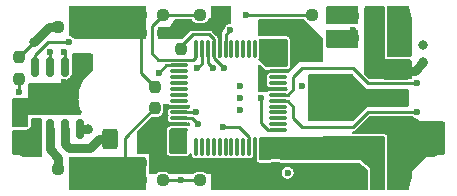
<source format=gtl>
%TF.GenerationSoftware,KiCad,Pcbnew,(6.0.0)*%
%TF.CreationDate,2025-09-03T22:59:34+02:00*%
%TF.ProjectId,Smart Servo Control Board Rev.1,536d6172-7420-4536-9572-766f20436f6e,rev?*%
%TF.SameCoordinates,Original*%
%TF.FileFunction,Copper,L1,Top*%
%TF.FilePolarity,Positive*%
%FSLAX46Y46*%
G04 Gerber Fmt 4.6, Leading zero omitted, Abs format (unit mm)*
G04 Created by KiCad (PCBNEW (6.0.0)) date 2025-09-03 22:59:34*
%MOMM*%
%LPD*%
G01*
G04 APERTURE LIST*
G04 Aperture macros list*
%AMRoundRect*
0 Rectangle with rounded corners*
0 $1 Rounding radius*
0 $2 $3 $4 $5 $6 $7 $8 $9 X,Y pos of 4 corners*
0 Add a 4 corners polygon primitive as box body*
4,1,4,$2,$3,$4,$5,$6,$7,$8,$9,$2,$3,0*
0 Add four circle primitives for the rounded corners*
1,1,$1+$1,$2,$3*
1,1,$1+$1,$4,$5*
1,1,$1+$1,$6,$7*
1,1,$1+$1,$8,$9*
0 Add four rect primitives between the rounded corners*
20,1,$1+$1,$2,$3,$4,$5,0*
20,1,$1+$1,$4,$5,$6,$7,0*
20,1,$1+$1,$6,$7,$8,$9,0*
20,1,$1+$1,$8,$9,$2,$3,0*%
G04 Aperture macros list end*
%TA.AperFunction,SMDPad,CuDef*%
%ADD10RoundRect,0.150000X-0.150000X0.662500X-0.150000X-0.662500X0.150000X-0.662500X0.150000X0.662500X0*%
%TD*%
%TA.AperFunction,SMDPad,CuDef*%
%ADD11R,3.200000X2.514000*%
%TD*%
%TA.AperFunction,SMDPad,CuDef*%
%ADD12RoundRect,0.237500X0.250000X0.237500X-0.250000X0.237500X-0.250000X-0.237500X0.250000X-0.237500X0*%
%TD*%
%TA.AperFunction,SMDPad,CuDef*%
%ADD13RoundRect,0.237500X-0.250000X-0.237500X0.250000X-0.237500X0.250000X0.237500X-0.250000X0.237500X0*%
%TD*%
%TA.AperFunction,SMDPad,CuDef*%
%ADD14RoundRect,0.237500X-0.237500X0.250000X-0.237500X-0.250000X0.237500X-0.250000X0.237500X0.250000X0*%
%TD*%
%TA.AperFunction,ComponentPad*%
%ADD15O,4.000000X2.000000*%
%TD*%
%TA.AperFunction,SMDPad,CuDef*%
%ADD16RoundRect,0.250000X-0.400000X-0.625000X0.400000X-0.625000X0.400000X0.625000X-0.400000X0.625000X0*%
%TD*%
%TA.AperFunction,SMDPad,CuDef*%
%ADD17RoundRect,0.250000X-0.450000X-0.425000X0.450000X-0.425000X0.450000X0.425000X-0.450000X0.425000X0*%
%TD*%
%TA.AperFunction,SMDPad,CuDef*%
%ADD18R,2.000000X1.500000*%
%TD*%
%TA.AperFunction,SMDPad,CuDef*%
%ADD19R,2.000000X3.800000*%
%TD*%
%TA.AperFunction,SMDPad,CuDef*%
%ADD20RoundRect,0.237500X0.237500X-0.250000X0.237500X0.250000X-0.237500X0.250000X-0.237500X-0.250000X0*%
%TD*%
%TA.AperFunction,SMDPad,CuDef*%
%ADD21RoundRect,0.075000X-0.075000X0.662500X-0.075000X-0.662500X0.075000X-0.662500X0.075000X0.662500X0*%
%TD*%
%TA.AperFunction,SMDPad,CuDef*%
%ADD22RoundRect,0.075000X-0.662500X0.075000X-0.662500X-0.075000X0.662500X-0.075000X0.662500X0.075000X0*%
%TD*%
%TA.AperFunction,ViaPad*%
%ADD23C,0.600000*%
%TD*%
%TA.AperFunction,ViaPad*%
%ADD24C,0.800000*%
%TD*%
%TA.AperFunction,Conductor*%
%ADD25C,0.250000*%
%TD*%
%TA.AperFunction,Conductor*%
%ADD26C,0.800000*%
%TD*%
G04 APERTURE END LIST*
D10*
%TO.P,U2,1,GND*%
%TO.N,GNDD*%
X40905000Y-34862500D03*
%TO.P,U2,2,IN2*%
%TO.N,DRV2*%
X39635000Y-34862500D03*
%TO.P,U2,3,IN1*%
%TO.N,DRV1*%
X38365000Y-34862500D03*
%TO.P,U2,4,VREF*%
%TO.N,+3V3*%
X37095000Y-34862500D03*
%TO.P,U2,5,VM*%
%TO.N,+5V*%
X37095000Y-40137500D03*
%TO.P,U2,6,OUT1*%
%TO.N,HB1*%
X38365000Y-40137500D03*
%TO.P,U2,7,ISEN*%
%TO.N,ISENS*%
X39635000Y-40137500D03*
%TO.P,U2,8,OUT2*%
%TO.N,HB2*%
X40905000Y-40137500D03*
D11*
%TO.P,U2,9,GND*%
%TO.N,GNDD*%
X39000000Y-37500000D03*
%TD*%
D12*
%TO.P,C11,1*%
%TO.N,GNDD*%
X47912500Y-43000000D03*
%TO.P,C11,2*%
%TO.N,Net-(C11-Pad2)*%
X46087500Y-43000000D03*
%TD*%
D13*
%TO.P,R10,1*%
%TO.N,ADC2*%
X51087500Y-44500000D03*
%TO.P,R10,2*%
%TO.N,GNDD*%
X52912500Y-44500000D03*
%TD*%
D14*
%TO.P,C9,1*%
%TO.N,Net-(C8-Pad1)*%
X47250000Y-36587500D03*
%TO.P,C9,2*%
%TO.N,Net-(C11-Pad2)*%
X47250000Y-38412500D03*
%TD*%
D15*
%TO.P,J2,1,Pin_1*%
%TO.N,Net-(C8-Pad1)*%
X43500000Y-31500000D03*
%TO.P,J2,3,Pin_3*%
%TO.N,Net-(C11-Pad2)*%
X43500000Y-43500000D03*
%TD*%
D13*
%TO.P,C16,1*%
%TO.N,+3V3*%
X66087500Y-44500000D03*
%TO.P,C16,2*%
%TO.N,GNDD*%
X67912500Y-44500000D03*
%TD*%
D16*
%TO.P,R4,1*%
%TO.N,ISENS*%
X43450000Y-41000000D03*
%TO.P,R4,2*%
%TO.N,GNDD*%
X46550000Y-41000000D03*
%TD*%
D12*
%TO.P,L1,1,1*%
%TO.N,Net-(C8-Pad1)*%
X40912500Y-31500000D03*
%TO.P,L1,2,2*%
%TO.N,HB2*%
X39087500Y-31500000D03*
%TD*%
D13*
%TO.P,R9,1*%
%TO.N,Net-(C11-Pad2)*%
X46087500Y-44500000D03*
%TO.P,R9,2*%
%TO.N,ADC2*%
X47912500Y-44500000D03*
%TD*%
D14*
%TO.P,C3,1*%
%TO.N,GNDD*%
X57500000Y-31587500D03*
%TO.P,C3,2*%
%TO.N,+3V3*%
X57500000Y-33412500D03*
%TD*%
%TO.P,C10,1*%
%TO.N,HB2*%
X35750000Y-34087500D03*
%TO.P,C10,2*%
%TO.N,HB1*%
X35750000Y-35912500D03*
%TD*%
D13*
%TO.P,C15,1*%
%TO.N,+5V*%
X66087500Y-30500000D03*
%TO.P,C15,2*%
%TO.N,GNDD*%
X67912500Y-30500000D03*
%TD*%
D14*
%TO.P,C7,1*%
%TO.N,Net-(C7-Pad1)*%
X64000000Y-30587500D03*
%TO.P,C7,2*%
%TO.N,Net-(C7-Pad2)*%
X64000000Y-32412500D03*
%TD*%
D13*
%TO.P,R6,1*%
%TO.N,ADC1*%
X51087500Y-30500000D03*
%TO.P,R6,2*%
%TO.N,GNDD*%
X52912500Y-30500000D03*
%TD*%
D17*
%TO.P,C17,1*%
%TO.N,+3V3*%
X65650000Y-42500000D03*
%TO.P,C17,2*%
%TO.N,GNDD*%
X68350000Y-42500000D03*
%TD*%
D18*
%TO.P,U4,1,GND*%
%TO.N,GNDD*%
X67650000Y-39800000D03*
D19*
%TO.P,U4,2,VO*%
%TO.N,+3V3*%
X61350000Y-37500000D03*
D18*
X67650000Y-37500000D03*
%TO.P,U4,3,VI*%
%TO.N,+5V*%
X67650000Y-35200000D03*
%TD*%
D13*
%TO.P,R7,1*%
%TO.N,ISENS*%
X60587500Y-30500000D03*
%TO.P,R7,2*%
%TO.N,Net-(C7-Pad1)*%
X62412500Y-30500000D03*
%TD*%
D20*
%TO.P,C12,1*%
%TO.N,GNDD*%
X61400000Y-43712500D03*
%TO.P,C12,2*%
%TO.N,+3V3*%
X61400000Y-41887500D03*
%TD*%
D13*
%TO.P,C8,1*%
%TO.N,Net-(C8-Pad1)*%
X46087500Y-32000000D03*
%TO.P,C8,2*%
%TO.N,GNDD*%
X47912500Y-32000000D03*
%TD*%
D14*
%TO.P,C2,1*%
%TO.N,GNDD*%
X35750000Y-39087500D03*
%TO.P,C2,2*%
%TO.N,+5V*%
X35750000Y-40912500D03*
%TD*%
D12*
%TO.P,L2,1,1*%
%TO.N,Net-(C11-Pad2)*%
X40912500Y-43500000D03*
%TO.P,L2,2,2*%
%TO.N,HB1*%
X39087500Y-43500000D03*
%TD*%
D17*
%TO.P,C14,1*%
%TO.N,+5V*%
X65650000Y-32500000D03*
%TO.P,C14,2*%
%TO.N,GNDD*%
X68350000Y-32500000D03*
%TD*%
D20*
%TO.P,C1,1*%
%TO.N,GNDD*%
X49500000Y-43412500D03*
%TO.P,C1,2*%
%TO.N,+3V3*%
X49500000Y-41587500D03*
%TD*%
D13*
%TO.P,R5,1*%
%TO.N,Net-(C8-Pad1)*%
X46087500Y-30500000D03*
%TO.P,R5,2*%
%TO.N,ADC1*%
X47912500Y-30500000D03*
%TD*%
D20*
%TO.P,C5,1*%
%TO.N,GNDD*%
X57500000Y-43412500D03*
%TO.P,C5,2*%
%TO.N,+3V3*%
X57500000Y-41587500D03*
%TD*%
D21*
%TO.P,U1,1,VBAT*%
%TO.N,+3V3*%
X56250000Y-33337500D03*
%TO.P,U1,2,PC13*%
%TO.N,unconnected-(U1-Pad2)*%
X55750000Y-33337500D03*
%TO.P,U1,3,PC14*%
%TO.N,unconnected-(U1-Pad3)*%
X55250000Y-33337500D03*
%TO.P,U1,4,PC15*%
%TO.N,unconnected-(U1-Pad4)*%
X54750000Y-33337500D03*
%TO.P,U1,5,PD0*%
%TO.N,unconnected-(U1-Pad5)*%
X54250000Y-33337500D03*
%TO.P,U1,6,PD1*%
%TO.N,unconnected-(U1-Pad6)*%
X53750000Y-33337500D03*
%TO.P,U1,7,NRST*%
%TO.N,NRST*%
X53250000Y-33337500D03*
%TO.P,U1,8,VSSA*%
%TO.N,GNDD*%
X52750000Y-33337500D03*
%TO.P,U1,9,VDDA*%
%TO.N,+3V3*%
X52250000Y-33337500D03*
%TO.P,U1,10,PA0*%
%TO.N,DRV2*%
X51750000Y-33337500D03*
%TO.P,U1,11,PA1*%
%TO.N,DRV1*%
X51250000Y-33337500D03*
%TO.P,U1,12,PA2*%
%TO.N,ADC1*%
X50750000Y-33337500D03*
D22*
%TO.P,U1,13,PA3*%
%TO.N,ADC2*%
X49337500Y-34750000D03*
%TO.P,U1,14,PA4*%
%TO.N,unconnected-(U1-Pad14)*%
X49337500Y-35250000D03*
%TO.P,U1,15,PA5*%
%TO.N,unconnected-(U1-Pad15)*%
X49337500Y-35750000D03*
%TO.P,U1,16,PA6*%
%TO.N,unconnected-(U1-Pad16)*%
X49337500Y-36250000D03*
%TO.P,U1,17,PA7*%
%TO.N,unconnected-(U1-Pad17)*%
X49337500Y-36750000D03*
%TO.P,U1,18,PB0*%
%TO.N,unconnected-(U1-Pad18)*%
X49337500Y-37250000D03*
%TO.P,U1,19,PB1*%
%TO.N,unconnected-(U1-Pad19)*%
X49337500Y-37750000D03*
%TO.P,U1,20,PB2*%
%TO.N,GNDD*%
X49337500Y-38250000D03*
%TO.P,U1,21,PB10*%
%TO.N,SCL2*%
X49337500Y-38750000D03*
%TO.P,U1,22,PB11*%
%TO.N,SDA2*%
X49337500Y-39250000D03*
%TO.P,U1,23,VSS*%
%TO.N,GNDD*%
X49337500Y-39750000D03*
%TO.P,U1,24,VDD*%
%TO.N,+3V3*%
X49337500Y-40250000D03*
D21*
%TO.P,U1,25,PB12*%
%TO.N,unconnected-(U1-Pad25)*%
X50750000Y-41662500D03*
%TO.P,U1,26,PB13*%
%TO.N,unconnected-(U1-Pad26)*%
X51250000Y-41662500D03*
%TO.P,U1,27,PB14*%
%TO.N,unconnected-(U1-Pad27)*%
X51750000Y-41662500D03*
%TO.P,U1,28,PB15*%
%TO.N,unconnected-(U1-Pad28)*%
X52250000Y-41662500D03*
%TO.P,U1,29,PA8*%
%TO.N,unconnected-(U1-Pad29)*%
X52750000Y-41662500D03*
%TO.P,U1,30,PA9*%
%TO.N,unconnected-(U1-Pad30)*%
X53250000Y-41662500D03*
%TO.P,U1,31,PA10*%
%TO.N,unconnected-(U1-Pad31)*%
X53750000Y-41662500D03*
%TO.P,U1,32,PA11*%
%TO.N,unconnected-(U1-Pad32)*%
X54250000Y-41662500D03*
%TO.P,U1,33,PA12*%
%TO.N,unconnected-(U1-Pad33)*%
X54750000Y-41662500D03*
%TO.P,U1,34,PA13*%
%TO.N,SWDIO*%
X55250000Y-41662500D03*
%TO.P,U1,35,VSS*%
%TO.N,GNDD*%
X55750000Y-41662500D03*
%TO.P,U1,36,VDD*%
%TO.N,+3V3*%
X56250000Y-41662500D03*
D22*
%TO.P,U1,37,PA14*%
%TO.N,SWCLK*%
X57662500Y-40250000D03*
%TO.P,U1,38,PA15*%
%TO.N,unconnected-(U1-Pad38)*%
X57662500Y-39750000D03*
%TO.P,U1,39,PB3*%
%TO.N,unconnected-(U1-Pad39)*%
X57662500Y-39250000D03*
%TO.P,U1,40,PB4*%
%TO.N,unconnected-(U1-Pad40)*%
X57662500Y-38750000D03*
%TO.P,U1,41,PB5*%
%TO.N,unconnected-(U1-Pad41)*%
X57662500Y-38250000D03*
%TO.P,U1,42,PB6*%
%TO.N,SCL1*%
X57662500Y-37750000D03*
%TO.P,U1,43,PB7*%
%TO.N,SDA1*%
X57662500Y-37250000D03*
%TO.P,U1,44,BOOT0*%
%TO.N,GNDD*%
X57662500Y-36750000D03*
%TO.P,U1,45,PB8*%
%TO.N,unconnected-(U1-Pad45)*%
X57662500Y-36250000D03*
%TO.P,U1,46,PB9*%
%TO.N,unconnected-(U1-Pad46)*%
X57662500Y-35750000D03*
%TO.P,U1,47,VSS*%
%TO.N,GNDD*%
X57662500Y-35250000D03*
%TO.P,U1,48,VDD*%
%TO.N,+3V3*%
X57662500Y-34750000D03*
%TD*%
D13*
%TO.P,R8,1*%
%TO.N,GNDD*%
X60587500Y-32500000D03*
%TO.P,R8,2*%
%TO.N,Net-(C7-Pad2)*%
X62412500Y-32500000D03*
%TD*%
D14*
%TO.P,C4,1*%
%TO.N,GNDD*%
X49500000Y-31587500D03*
%TO.P,C4,2*%
%TO.N,+3V3*%
X49500000Y-33412500D03*
%TD*%
D23*
%TO.N,SCL2*%
X58500000Y-43850500D03*
%TO.N,GNDD*%
X63500000Y-44750000D03*
X64250000Y-44750000D03*
X64250000Y-44000000D03*
X63500000Y-44000000D03*
%TO.N,+3V3*%
X40000000Y-32800000D03*
%TO.N,GNDD*%
X40600000Y-37400000D03*
X39600000Y-36200000D03*
X38400000Y-38600000D03*
X37400000Y-37800000D03*
X54500000Y-38500000D03*
X54500000Y-37500000D03*
X54500000Y-36500000D03*
X57250000Y-31250000D03*
X58250000Y-31250000D03*
D24*
%TO.N,HB2*%
X37000000Y-32800000D03*
D23*
%TO.N,GNDD*%
X55250000Y-43000000D03*
X54500000Y-43000000D03*
X53750000Y-43000000D03*
%TO.N,+3V3*%
X56750000Y-41750000D03*
%TO.N,GNDD*%
X52750000Y-31500000D03*
%TO.N,DRV1*%
X38400000Y-33600000D03*
%TO.N,GNDD*%
X59250000Y-31250000D03*
X68500000Y-33750000D03*
X67500000Y-33750000D03*
D24*
%TO.N,+5V*%
X70000000Y-34500000D03*
X37000000Y-42000000D03*
X70000000Y-33000000D03*
D23*
%TO.N,+3V3*%
X63250000Y-41800000D03*
X63250000Y-38500000D03*
X63250000Y-37750000D03*
X63250000Y-37000000D03*
X63250000Y-36250000D03*
X53090498Y-35000000D03*
%TO.N,GNDD*%
X68750000Y-41250000D03*
X68000000Y-41250000D03*
X67250000Y-43500000D03*
X68750000Y-43500000D03*
X68000000Y-43500000D03*
X67250000Y-41250000D03*
X69500000Y-42500000D03*
%TO.N,+3V3*%
X57500000Y-34250000D03*
X49500000Y-40750000D03*
%TO.N,Net-(C7-Pad1)*%
X63250000Y-30500000D03*
%TO.N,Net-(C7-Pad2)*%
X64000000Y-31750000D03*
%TO.N,HB1*%
X38365000Y-41500000D03*
X35750000Y-37000000D03*
D24*
%TO.N,HB2*%
X41637500Y-40137500D03*
D23*
%TO.N,SCL1*%
X69500000Y-38750000D03*
%TO.N,SDA1*%
X69500000Y-36250000D03*
%TO.N,SWCLK*%
X56250000Y-37500000D03*
%TO.N,SWDIO*%
X53000000Y-40000000D03*
%TO.N,NRST*%
X53662500Y-31750000D03*
%TO.N,SCL2*%
X50750000Y-38750000D03*
X59750000Y-36500000D03*
%TO.N,SDA2*%
X50875500Y-39750000D03*
%TO.N,ISENS*%
X55000000Y-30500000D03*
X39750000Y-41500000D03*
%TO.N,ADC2*%
X49500000Y-44500000D03*
X47600000Y-35400000D03*
%TO.N,DRV2*%
X52200000Y-35000000D03*
X39600000Y-33600000D03*
%TO.N,DRV1*%
X50800000Y-35000000D03*
%TD*%
D25*
%TO.N,+3V3*%
X37095000Y-33905000D02*
X38200000Y-32800000D01*
X37095000Y-34862500D02*
X37095000Y-33905000D01*
X38200000Y-32800000D02*
X40000000Y-32800000D01*
%TO.N,ADC1*%
X47000000Y-31412500D02*
X47912500Y-30500000D01*
X47000000Y-33750000D02*
X47000000Y-31412500D01*
X50524520Y-34275480D02*
X47525480Y-34275480D01*
X47525480Y-34275480D02*
X47000000Y-33750000D01*
X50750000Y-34050000D02*
X50524520Y-34275480D01*
X50750000Y-33337500D02*
X50750000Y-34050000D01*
%TO.N,SCL1*%
X64000000Y-40000000D02*
X65274511Y-38725489D01*
X59000000Y-39250000D02*
X59750000Y-40000000D01*
X65274511Y-38725489D02*
X69475489Y-38725489D01*
X69475489Y-38725489D02*
X69500000Y-38750000D01*
X59000000Y-38250000D02*
X59000000Y-39250000D01*
X58500000Y-37750000D02*
X59000000Y-38250000D01*
X57662500Y-37750000D02*
X58500000Y-37750000D01*
X59750000Y-40000000D02*
X64000000Y-40000000D01*
%TO.N,+3V3*%
X52250000Y-34140006D02*
X52250000Y-33337500D01*
X53090498Y-34980504D02*
X52250000Y-34140006D01*
X53090498Y-35000000D02*
X53090498Y-34980504D01*
%TO.N,ADC2*%
X48250000Y-34750000D02*
X47600000Y-35400000D01*
%TO.N,DRV2*%
X51750000Y-34550000D02*
X51750000Y-33337500D01*
X52200000Y-35000000D02*
X51750000Y-34550000D01*
%TO.N,DRV1*%
X51250000Y-34616807D02*
X51250000Y-33337500D01*
X50866807Y-35000000D02*
X51250000Y-34616807D01*
X50800000Y-35000000D02*
X50866807Y-35000000D01*
%TO.N,Net-(C8-Pad1)*%
X47250000Y-36587500D02*
X46087500Y-35425000D01*
X46087500Y-35425000D02*
X46087500Y-32000000D01*
%TO.N,HB2*%
X35750000Y-34050000D02*
X37000000Y-32800000D01*
X35750000Y-34087500D02*
X35750000Y-34050000D01*
D26*
X38300000Y-31500000D02*
X37000000Y-32800000D01*
X39087500Y-31500000D02*
X38300000Y-31500000D01*
D25*
%TO.N,DRV1*%
X38365000Y-33635000D02*
X38365000Y-34862500D01*
X38400000Y-33600000D02*
X38365000Y-33635000D01*
%TO.N,DRV2*%
X39635000Y-33635000D02*
X39635000Y-34862500D01*
X39600000Y-33600000D02*
X39635000Y-33635000D01*
%TO.N,ADC1*%
X51087500Y-30500000D02*
X49514937Y-30500000D01*
X49514937Y-30500000D02*
X49492372Y-30477435D01*
X49469807Y-30500000D02*
X47912500Y-30500000D01*
X49492372Y-30477435D02*
X49469807Y-30500000D01*
%TO.N,ADC2*%
X49337500Y-34750000D02*
X48250000Y-34750000D01*
%TO.N,Net-(C7-Pad2)*%
X64000000Y-32412500D02*
X64000000Y-31750000D01*
%TO.N,Net-(C7-Pad1)*%
X63337500Y-30587500D02*
X64000000Y-30587500D01*
X63250000Y-30500000D02*
X63337500Y-30587500D01*
%TO.N,SWDIO*%
X54390006Y-40000000D02*
X55250000Y-40859994D01*
X53000000Y-40000000D02*
X54390006Y-40000000D01*
X55250000Y-40859994D02*
X55250000Y-41662500D01*
%TO.N,SWCLK*%
X56859994Y-40250000D02*
X57662500Y-40250000D01*
X56250000Y-37500000D02*
X56250000Y-39640006D01*
X56250000Y-39640006D02*
X56859994Y-40250000D01*
%TO.N,SCL2*%
X50750000Y-38750000D02*
X49337500Y-38750000D01*
%TO.N,SDA2*%
X50875500Y-39750000D02*
X50375500Y-39250000D01*
X50375500Y-39250000D02*
X49337500Y-39250000D01*
%TO.N,ADC2*%
X49500000Y-44500000D02*
X51087500Y-44500000D01*
%TO.N,Net-(C11-Pad2)*%
X47212500Y-38412500D02*
X47250000Y-38412500D01*
X44750000Y-40875000D02*
X47212500Y-38412500D01*
X44750000Y-43250000D02*
X44750000Y-40875000D01*
X44500000Y-43500000D02*
X44750000Y-43250000D01*
X43500000Y-43500000D02*
X44500000Y-43500000D01*
%TO.N,+3V3*%
X49500000Y-40750000D02*
X49500000Y-41587500D01*
%TO.N,GNDD*%
X56500000Y-35609994D02*
X56500000Y-36390006D01*
X56859994Y-35250000D02*
X56500000Y-35609994D01*
X57662500Y-35250000D02*
X56859994Y-35250000D01*
X56859994Y-36750000D02*
X56500000Y-36390006D01*
X57662500Y-36750000D02*
X56859994Y-36750000D01*
D26*
%TO.N,+5V*%
X69300000Y-35200000D02*
X70000000Y-34500000D01*
X67650000Y-35200000D02*
X69300000Y-35200000D01*
D25*
%TO.N,GNDD*%
X52162480Y-31662480D02*
X49587520Y-31662480D01*
X52750000Y-33337500D02*
X52750000Y-32250000D01*
X52750000Y-32250000D02*
X52162480Y-31662480D01*
X55750000Y-42750000D02*
X55750000Y-42912500D01*
X56250000Y-43412500D02*
X57500000Y-43412500D01*
X55750000Y-42912500D02*
X56250000Y-43412500D01*
X55750000Y-41662500D02*
X55750000Y-42750000D01*
%TO.N,+3V3*%
X52250000Y-32500000D02*
X52250000Y-33337500D01*
X49500000Y-33112000D02*
X50500000Y-32112000D01*
X49500000Y-33412500D02*
X49500000Y-33112000D01*
X51862000Y-32112000D02*
X52250000Y-32500000D01*
X50500000Y-32112000D02*
X51862000Y-32112000D01*
%TO.N,HB1*%
X35750000Y-35912500D02*
X35750000Y-37000000D01*
D26*
X38365000Y-41500000D02*
X38365000Y-41865000D01*
X38365000Y-41500000D02*
X38365000Y-40137500D01*
X38365000Y-41865000D02*
X39087500Y-42587500D01*
X39087500Y-42587500D02*
X39087500Y-43500000D01*
%TO.N,HB2*%
X40905000Y-40137500D02*
X41637500Y-40137500D01*
D25*
%TO.N,SDA1*%
X59000000Y-35750000D02*
X59000000Y-36750000D01*
X59750000Y-35000000D02*
X59000000Y-35750000D01*
X69475489Y-36274511D02*
X65274511Y-36274511D01*
X58500000Y-37250000D02*
X57662500Y-37250000D01*
X65274511Y-36274511D02*
X64000000Y-35000000D01*
X69500000Y-36250000D02*
X69475489Y-36274511D01*
X59000000Y-36750000D02*
X58500000Y-37250000D01*
X64000000Y-35000000D02*
X59750000Y-35000000D01*
%TO.N,NRST*%
X53250000Y-32162500D02*
X53250000Y-33337500D01*
X53662500Y-31750000D02*
X53250000Y-32162500D01*
D26*
%TO.N,ISENS*%
X39750000Y-41500000D02*
X39635000Y-41385000D01*
X42500000Y-41000000D02*
X43450000Y-41000000D01*
X41750000Y-41750000D02*
X42500000Y-41000000D01*
X39635000Y-41385000D02*
X39635000Y-40137500D01*
X39750000Y-41500000D02*
X40000000Y-41750000D01*
X40000000Y-41750000D02*
X41750000Y-41750000D01*
D25*
X60587500Y-30500000D02*
X55000000Y-30500000D01*
%TO.N,ADC2*%
X51087500Y-44500000D02*
X47912500Y-44500000D01*
%TD*%
%TA.AperFunction,Conductor*%
%TO.N,+3V3*%
G36*
X58443039Y-32519685D02*
G01*
X58488794Y-32572489D01*
X58500000Y-32624000D01*
X58500000Y-34777851D01*
X58480315Y-34844890D01*
X58427511Y-34890645D01*
X58363844Y-34901254D01*
X58358113Y-34900689D01*
X58352133Y-34899500D01*
X58346038Y-34899500D01*
X57662218Y-34899501D01*
X56972868Y-34899501D01*
X56892505Y-34915485D01*
X56892399Y-34914954D01*
X56846261Y-34922055D01*
X56842000Y-34921682D01*
X56841994Y-34921683D01*
X56831187Y-34920737D01*
X56794700Y-34930514D01*
X56784155Y-34932852D01*
X56761606Y-34936828D01*
X56692168Y-34929084D01*
X56652393Y-34902393D01*
X56065542Y-34315542D01*
X56032057Y-34254219D01*
X56037041Y-34184527D01*
X56050120Y-34158971D01*
X56077731Y-34117648D01*
X56084515Y-34107495D01*
X56100500Y-34027133D01*
X56100499Y-32647868D01*
X56099312Y-32641901D01*
X56098746Y-32636150D01*
X56111767Y-32567504D01*
X56159833Y-32516796D01*
X56222149Y-32500000D01*
X58376000Y-32500000D01*
X58443039Y-32519685D01*
G37*
%TD.AperFunction*%
%TD*%
%TA.AperFunction,Conductor*%
%TO.N,Net-(C11-Pad2)*%
G36*
X46443039Y-42519685D02*
G01*
X46488794Y-42572489D01*
X46500000Y-42624000D01*
X46500000Y-45176000D01*
X46480315Y-45243039D01*
X46427511Y-45288794D01*
X46376000Y-45300000D01*
X40124000Y-45300000D01*
X40056961Y-45280315D01*
X40011206Y-45227511D01*
X40000000Y-45176000D01*
X40000000Y-42624000D01*
X40019685Y-42556961D01*
X40072489Y-42511206D01*
X40124000Y-42500000D01*
X46376000Y-42500000D01*
X46443039Y-42519685D01*
G37*
%TD.AperFunction*%
%TD*%
%TA.AperFunction,Conductor*%
%TO.N,Net-(C7-Pad2)*%
G36*
X64443039Y-31769685D02*
G01*
X64488794Y-31822489D01*
X64500000Y-31874000D01*
X64500000Y-33126000D01*
X64480315Y-33193039D01*
X64427511Y-33238794D01*
X64376000Y-33250000D01*
X61874000Y-33250000D01*
X61806961Y-33230315D01*
X61761206Y-33177511D01*
X61750000Y-33126000D01*
X61750000Y-31874000D01*
X61769685Y-31806961D01*
X61822489Y-31761206D01*
X61874000Y-31750000D01*
X64376000Y-31750000D01*
X64443039Y-31769685D01*
G37*
%TD.AperFunction*%
%TD*%
%TA.AperFunction,Conductor*%
%TO.N,Net-(C8-Pad1)*%
G36*
X46443039Y-29719685D02*
G01*
X46488794Y-29772489D01*
X46500000Y-29824000D01*
X46500000Y-32376000D01*
X46480315Y-32443039D01*
X46427511Y-32488794D01*
X46376000Y-32500000D01*
X40459063Y-32500000D01*
X40392024Y-32480315D01*
X40365125Y-32456942D01*
X40353145Y-32443039D01*
X40332400Y-32418963D01*
X40212095Y-32340985D01*
X40088470Y-32304013D01*
X40029883Y-32265947D01*
X40001176Y-32202247D01*
X40000000Y-32185213D01*
X40000000Y-29824000D01*
X40019685Y-29756961D01*
X40072489Y-29711206D01*
X40124000Y-29700000D01*
X46376000Y-29700000D01*
X46443039Y-29719685D01*
G37*
%TD.AperFunction*%
%TD*%
%TA.AperFunction,Conductor*%
%TO.N,Net-(C7-Pad1)*%
G36*
X64443039Y-29769685D02*
G01*
X64488794Y-29822489D01*
X64500000Y-29874000D01*
X64500000Y-31126000D01*
X64480315Y-31193039D01*
X64427511Y-31238794D01*
X64376000Y-31250000D01*
X64076106Y-31250000D01*
X64074739Y-31249898D01*
X64074739Y-31249907D01*
X63938633Y-31249075D01*
X63938628Y-31249075D01*
X63931376Y-31249031D01*
X63928898Y-31249739D01*
X63925076Y-31250000D01*
X61874000Y-31250000D01*
X61806961Y-31230315D01*
X61761206Y-31177511D01*
X61750000Y-31126000D01*
X61750000Y-29874000D01*
X61769685Y-29806961D01*
X61822489Y-29761206D01*
X61874000Y-29750000D01*
X64376000Y-29750000D01*
X64443039Y-29769685D01*
G37*
%TD.AperFunction*%
%TD*%
%TA.AperFunction,Conductor*%
%TO.N,+3V3*%
G36*
X48641887Y-40099311D02*
G01*
X48647867Y-40100500D01*
X48701335Y-40100500D01*
X49876000Y-40100499D01*
X49943039Y-40120184D01*
X49988794Y-40172987D01*
X50000000Y-40224499D01*
X50000000Y-42126000D01*
X49980315Y-42193039D01*
X49927511Y-42238794D01*
X49876000Y-42250000D01*
X48624000Y-42250000D01*
X48556961Y-42230315D01*
X48511206Y-42177511D01*
X48500000Y-42126000D01*
X48500000Y-40222149D01*
X48519685Y-40155110D01*
X48572489Y-40109355D01*
X48636156Y-40098746D01*
X48641887Y-40099311D01*
G37*
%TD.AperFunction*%
%TD*%
%TA.AperFunction,Conductor*%
%TO.N,+3V3*%
G36*
X64015677Y-35519685D02*
G01*
X64036319Y-35536319D01*
X65250000Y-36750000D01*
X68626000Y-36750000D01*
X68693039Y-36769685D01*
X68738794Y-36822489D01*
X68750000Y-36874000D01*
X68750000Y-38126000D01*
X68730315Y-38193039D01*
X68677511Y-38238794D01*
X68626000Y-38250000D01*
X65250000Y-38250000D01*
X64036319Y-39463681D01*
X63974996Y-39497166D01*
X63948638Y-39500000D01*
X60374000Y-39500000D01*
X60306961Y-39480315D01*
X60261206Y-39427511D01*
X60250000Y-39376000D01*
X60250000Y-36555377D01*
X60251719Y-36534804D01*
X60254700Y-36517084D01*
X60255496Y-36512354D01*
X60255647Y-36500000D01*
X60251252Y-36469309D01*
X60250000Y-36451731D01*
X60250000Y-35624000D01*
X60269685Y-35556961D01*
X60322489Y-35511206D01*
X60374000Y-35500000D01*
X63948638Y-35500000D01*
X64015677Y-35519685D01*
G37*
%TD.AperFunction*%
%TD*%
%TA.AperFunction,Conductor*%
%TO.N,+5V*%
G36*
X66693039Y-29769685D02*
G01*
X66738794Y-29822489D01*
X66750000Y-29874000D01*
X66750000Y-34250000D01*
X67464828Y-34250000D01*
X67467102Y-34250021D01*
X67562499Y-34251770D01*
X67567437Y-34250424D01*
X67574267Y-34250000D01*
X68464828Y-34250000D01*
X68467102Y-34250021D01*
X68562499Y-34251770D01*
X68567437Y-34250424D01*
X68574267Y-34250000D01*
X68876000Y-34250000D01*
X68943039Y-34269685D01*
X68988794Y-34322489D01*
X69000000Y-34374000D01*
X69000000Y-35825011D01*
X68980315Y-35892050D01*
X68927511Y-35937805D01*
X68876000Y-35949011D01*
X65500373Y-35949011D01*
X65433334Y-35929326D01*
X65412692Y-35912692D01*
X65036319Y-35536319D01*
X65002834Y-35474996D01*
X65000000Y-35448638D01*
X65000000Y-29874000D01*
X65019685Y-29806961D01*
X65072489Y-29761206D01*
X65124000Y-29750000D01*
X66626000Y-29750000D01*
X66693039Y-29769685D01*
G37*
%TD.AperFunction*%
%TD*%
%TA.AperFunction,Conductor*%
%TO.N,+3V3*%
G36*
X66692554Y-40769952D02*
G01*
X66738554Y-40822542D01*
X66750000Y-40874578D01*
X66750000Y-41198201D01*
X66748524Y-41217278D01*
X66744391Y-41243823D01*
X66745537Y-41252585D01*
X66748953Y-41278710D01*
X66750000Y-41294788D01*
X66750000Y-43448201D01*
X66748524Y-43467278D01*
X66744391Y-43493823D01*
X66745537Y-43502585D01*
X66748953Y-43528710D01*
X66750000Y-43544788D01*
X66750000Y-45176000D01*
X66730315Y-45243039D01*
X66677511Y-45288794D01*
X66626000Y-45300000D01*
X65624000Y-45300000D01*
X65556961Y-45280315D01*
X65511206Y-45227511D01*
X65500000Y-45176000D01*
X65500000Y-43500000D01*
X65491697Y-43493542D01*
X65491695Y-43493540D01*
X64614072Y-42810945D01*
X64600000Y-42800000D01*
X58024808Y-42800000D01*
X57957769Y-42780315D01*
X57952559Y-42776723D01*
X57952222Y-42776545D01*
X57944768Y-42771039D01*
X57868902Y-42744397D01*
X57827631Y-42729903D01*
X57827629Y-42729903D01*
X57820500Y-42727399D01*
X57812979Y-42726688D01*
X57792747Y-42724775D01*
X57792737Y-42724775D01*
X57789833Y-42724500D01*
X57786902Y-42724500D01*
X57499108Y-42724501D01*
X57210168Y-42724501D01*
X57179500Y-42727399D01*
X57055232Y-42771039D01*
X57047777Y-42776545D01*
X57039582Y-42780884D01*
X57038807Y-42779420D01*
X56983240Y-42799739D01*
X56975192Y-42800000D01*
X56199500Y-42800000D01*
X56132461Y-42780315D01*
X56086706Y-42727511D01*
X56075500Y-42676000D01*
X56075500Y-42472697D01*
X56083065Y-42434665D01*
X56084515Y-42432495D01*
X56100500Y-42352133D01*
X56100499Y-40972868D01*
X56095390Y-40947181D01*
X56101619Y-40877590D01*
X56144483Y-40822413D01*
X56216430Y-40798993D01*
X66625424Y-40750579D01*
X66692554Y-40769952D01*
G37*
%TD.AperFunction*%
%TD*%
%TA.AperFunction,Conductor*%
%TO.N,+5V*%
G36*
X37693039Y-39269685D02*
G01*
X37738794Y-39322489D01*
X37750000Y-39374000D01*
X37750000Y-42376000D01*
X37730315Y-42443039D01*
X37677511Y-42488794D01*
X37626000Y-42500000D01*
X36137087Y-42500000D01*
X36092649Y-42491764D01*
X35993235Y-42453602D01*
X35993228Y-42453600D01*
X35990212Y-42452442D01*
X35666231Y-42365632D01*
X35606733Y-42356208D01*
X35338173Y-42313672D01*
X35338164Y-42313671D01*
X35334950Y-42313162D01*
X35331701Y-42312992D01*
X35331694Y-42312991D01*
X35317510Y-42312248D01*
X35251593Y-42289082D01*
X35208664Y-42233955D01*
X35200000Y-42188418D01*
X35200000Y-40324000D01*
X35219685Y-40256961D01*
X35272489Y-40211206D01*
X35324000Y-40200000D01*
X36376000Y-40200000D01*
X36402643Y-40197135D01*
X36415205Y-40195785D01*
X36415207Y-40195785D01*
X36418515Y-40195429D01*
X36447199Y-40189189D01*
X36469237Y-40184395D01*
X36469263Y-40184389D01*
X36470026Y-40184223D01*
X36471135Y-40183952D01*
X36472401Y-40183643D01*
X36472405Y-40183642D01*
X36479931Y-40181802D01*
X36558483Y-40139944D01*
X36563741Y-40135388D01*
X36609855Y-40095430D01*
X36609858Y-40095427D01*
X36611287Y-40094189D01*
X36628761Y-40077068D01*
X36636370Y-40063465D01*
X36686273Y-40014569D01*
X36715708Y-40007215D01*
X36715064Y-40005023D01*
X36732171Y-40000000D01*
X36750000Y-40000000D01*
X36750000Y-39374000D01*
X36769685Y-39306961D01*
X36822489Y-39261206D01*
X36874000Y-39250000D01*
X37626000Y-39250000D01*
X37693039Y-39269685D01*
G37*
%TD.AperFunction*%
%TD*%
%TA.AperFunction,Conductor*%
%TO.N,GNDD*%
G36*
X64555871Y-43019685D02*
G01*
X64564961Y-43026120D01*
X65252129Y-43560584D01*
X65292961Y-43617281D01*
X65300000Y-43658464D01*
X65300000Y-45176000D01*
X65280315Y-45243039D01*
X65227511Y-45288794D01*
X65176000Y-45300000D01*
X62924000Y-45300000D01*
X62856961Y-45280315D01*
X62811206Y-45227511D01*
X62800000Y-45176000D01*
X62800000Y-43124000D01*
X62819685Y-43056961D01*
X62872489Y-43011206D01*
X62924000Y-43000000D01*
X64488832Y-43000000D01*
X64555871Y-43019685D01*
G37*
%TD.AperFunction*%
%TA.AperFunction,Conductor*%
G36*
X69107730Y-39071821D02*
G01*
X69113246Y-39075499D01*
X69139374Y-39098877D01*
X69162970Y-39126948D01*
X69282313Y-39206390D01*
X69316647Y-39217117D01*
X69348447Y-39232298D01*
X69477207Y-39318138D01*
X69734723Y-39489816D01*
X69734725Y-39489817D01*
X69750000Y-39500000D01*
X71676000Y-39500000D01*
X71743039Y-39519685D01*
X71788794Y-39572489D01*
X71800000Y-39624000D01*
X71800000Y-42188418D01*
X71780315Y-42255457D01*
X71727511Y-42301212D01*
X71682490Y-42312248D01*
X71668306Y-42312991D01*
X71668299Y-42312992D01*
X71665050Y-42313162D01*
X71661836Y-42313671D01*
X71661827Y-42313672D01*
X71393267Y-42356208D01*
X71333769Y-42365632D01*
X71009788Y-42452442D01*
X71006772Y-42453600D01*
X71006765Y-42453602D01*
X70907351Y-42491764D01*
X70862913Y-42500000D01*
X70250000Y-42500000D01*
X69000000Y-43750000D01*
X69000000Y-44362913D01*
X68991764Y-44407351D01*
X68952442Y-44509788D01*
X68865632Y-44833769D01*
X68813162Y-45165050D01*
X68812992Y-45168299D01*
X68812991Y-45168306D01*
X68812248Y-45182490D01*
X68789082Y-45248407D01*
X68733955Y-45291336D01*
X68688418Y-45300000D01*
X67074000Y-45300000D01*
X67006961Y-45280315D01*
X66961206Y-45227511D01*
X66950000Y-45176000D01*
X66950000Y-43544788D01*
X66949577Y-43531792D01*
X66948530Y-43515714D01*
X66947785Y-43508097D01*
X66947775Y-43484041D01*
X66947787Y-43483920D01*
X66947928Y-43482706D01*
X66949404Y-43463629D01*
X66950000Y-43448201D01*
X66950000Y-41294788D01*
X66949577Y-41281792D01*
X66948530Y-41265714D01*
X66947785Y-41258097D01*
X66947775Y-41234041D01*
X66947787Y-41233920D01*
X66947928Y-41232706D01*
X66949404Y-41213629D01*
X66950000Y-41198201D01*
X66950000Y-40874578D01*
X66945330Y-40831613D01*
X66933884Y-40779577D01*
X66931316Y-40769223D01*
X66927622Y-40762367D01*
X66927620Y-40762363D01*
X66892396Y-40696998D01*
X66892395Y-40696997D01*
X66889092Y-40690867D01*
X66843092Y-40638277D01*
X66825891Y-40620884D01*
X66748009Y-40577794D01*
X66694345Y-40562307D01*
X66685139Y-40559650D01*
X66685134Y-40559649D01*
X66680879Y-40558421D01*
X66624494Y-40550581D01*
X64826218Y-40558945D01*
X64103370Y-40562307D01*
X64036239Y-40542934D01*
X63990239Y-40490344D01*
X63979974Y-40421232D01*
X64008703Y-40357542D01*
X64067305Y-40319495D01*
X64081261Y-40316192D01*
X64102360Y-40312472D01*
X64113045Y-40310588D01*
X64122442Y-40305163D01*
X64125900Y-40303904D01*
X64129209Y-40302361D01*
X64139684Y-40299554D01*
X64170617Y-40277894D01*
X64179743Y-40272080D01*
X64203061Y-40258618D01*
X64203063Y-40258616D01*
X64212455Y-40253194D01*
X64236738Y-40224255D01*
X64244045Y-40216281D01*
X65373018Y-39087308D01*
X65434341Y-39053823D01*
X65460699Y-39050989D01*
X69038939Y-39050989D01*
X69107730Y-39071821D01*
G37*
%TD.AperFunction*%
%TD*%
%TA.AperFunction,Conductor*%
%TO.N,GNDD*%
G36*
X41943039Y-33769685D02*
G01*
X41988794Y-33822489D01*
X42000000Y-33874000D01*
X42000000Y-35186115D01*
X41980315Y-35253154D01*
X41951745Y-35284291D01*
X41721843Y-35461660D01*
X41489842Y-35690045D01*
X41286958Y-35944648D01*
X41116131Y-36221781D01*
X40979836Y-36517429D01*
X40880046Y-36827310D01*
X40879337Y-36830973D01*
X40879336Y-36830978D01*
X40818916Y-37143264D01*
X40818206Y-37146935D01*
X40795213Y-37471675D01*
X40796623Y-37500000D01*
X40811400Y-37796824D01*
X40866532Y-38117674D01*
X40959811Y-38429577D01*
X40961302Y-38432998D01*
X40961305Y-38433006D01*
X41061824Y-38663634D01*
X41070565Y-38732955D01*
X41067965Y-38745127D01*
X41024547Y-38907949D01*
X40988254Y-38967653D01*
X40925444Y-38998258D01*
X40904734Y-39000000D01*
X36500000Y-39000000D01*
X36500000Y-39876000D01*
X36480315Y-39943039D01*
X36427511Y-39988794D01*
X36376000Y-40000000D01*
X35324000Y-40000000D01*
X35256961Y-39980315D01*
X35211206Y-39927511D01*
X35200000Y-39876000D01*
X35200000Y-37624000D01*
X35219685Y-37556961D01*
X35272489Y-37511206D01*
X35324000Y-37500000D01*
X35714828Y-37500000D01*
X35717102Y-37500021D01*
X35812499Y-37501770D01*
X35817437Y-37500424D01*
X35824267Y-37500000D01*
X36500000Y-37500000D01*
X36500000Y-36374000D01*
X36519685Y-36306961D01*
X36572489Y-36261206D01*
X36624000Y-36250000D01*
X39500000Y-36250000D01*
X39867704Y-35882296D01*
X39900736Y-35858669D01*
X39904078Y-35857028D01*
X39991855Y-35813932D01*
X40074293Y-35731350D01*
X40078792Y-35722145D01*
X40078794Y-35722143D01*
X40118412Y-35641092D01*
X40142134Y-35607866D01*
X40250000Y-35500000D01*
X40250000Y-33874000D01*
X40269685Y-33806961D01*
X40322489Y-33761206D01*
X40374000Y-33750000D01*
X41876000Y-33750000D01*
X41943039Y-33769685D01*
G37*
%TD.AperFunction*%
%TD*%
%TA.AperFunction,Conductor*%
%TO.N,GNDD*%
G36*
X53693039Y-29719685D02*
G01*
X53738794Y-29772489D01*
X53750000Y-29824000D01*
X53750000Y-31125225D01*
X53730315Y-31192264D01*
X53677511Y-31238019D01*
X53625243Y-31249223D01*
X53593876Y-31249031D01*
X53456029Y-31288428D01*
X53334780Y-31364930D01*
X53328935Y-31371548D01*
X53328933Y-31371550D01*
X53245723Y-31465768D01*
X53245721Y-31465770D01*
X53239877Y-31472388D01*
X53178947Y-31602163D01*
X53177899Y-31601671D01*
X53144154Y-31652916D01*
X53132783Y-31661478D01*
X53000000Y-31750000D01*
X53000000Y-31911287D01*
X52983388Y-31973286D01*
X52977920Y-31982757D01*
X52972106Y-31991883D01*
X52950446Y-32022816D01*
X52947639Y-32033291D01*
X52946096Y-32036600D01*
X52944838Y-32040058D01*
X52939412Y-32049455D01*
X52937528Y-32060141D01*
X52932855Y-32086643D01*
X52930517Y-32097190D01*
X52920736Y-32133693D01*
X52921682Y-32144501D01*
X52924028Y-32171319D01*
X52924500Y-32182127D01*
X52924500Y-32527303D01*
X52916935Y-32565335D01*
X52915485Y-32567505D01*
X52899500Y-32647867D01*
X52899501Y-34027132D01*
X52897455Y-34027132D01*
X52886187Y-34086590D01*
X52838128Y-34137307D01*
X52770280Y-34153990D01*
X52704182Y-34131343D01*
X52688114Y-34117794D01*
X52636819Y-34066499D01*
X52603334Y-34005176D01*
X52600500Y-33978818D01*
X52600499Y-32653958D01*
X52600499Y-32647868D01*
X52584515Y-32567505D01*
X52583065Y-32565335D01*
X52575500Y-32527303D01*
X52575500Y-32519627D01*
X52575972Y-32508819D01*
X52579264Y-32471193D01*
X52569483Y-32434690D01*
X52567145Y-32424143D01*
X52562472Y-32397641D01*
X52560588Y-32386955D01*
X52555162Y-32377558D01*
X52553904Y-32374100D01*
X52552361Y-32370791D01*
X52549554Y-32360316D01*
X52527894Y-32329383D01*
X52522080Y-32320257D01*
X52508618Y-32296939D01*
X52508616Y-32296937D01*
X52503194Y-32287545D01*
X52474255Y-32263262D01*
X52466281Y-32255955D01*
X52106050Y-31895724D01*
X52098741Y-31887749D01*
X52081427Y-31867115D01*
X52074455Y-31858806D01*
X52065063Y-31853384D01*
X52065061Y-31853382D01*
X52041743Y-31839920D01*
X52032617Y-31834106D01*
X52010568Y-31818667D01*
X52010569Y-31818667D01*
X52001684Y-31812446D01*
X51991209Y-31809639D01*
X51987900Y-31808096D01*
X51984442Y-31806838D01*
X51975045Y-31801412D01*
X51951035Y-31797179D01*
X51937857Y-31794855D01*
X51927310Y-31792517D01*
X51890807Y-31782736D01*
X51853181Y-31786028D01*
X51842373Y-31786500D01*
X50519627Y-31786500D01*
X50508819Y-31786028D01*
X50471193Y-31782736D01*
X50434690Y-31792517D01*
X50424143Y-31794855D01*
X50410965Y-31797179D01*
X50386955Y-31801412D01*
X50377558Y-31806838D01*
X50374100Y-31808096D01*
X50370791Y-31809639D01*
X50360316Y-31812446D01*
X50351431Y-31818667D01*
X50351432Y-31818667D01*
X50329383Y-31834106D01*
X50320257Y-31839920D01*
X50296939Y-31853382D01*
X50296937Y-31853384D01*
X50287545Y-31858806D01*
X50280573Y-31867115D01*
X50280572Y-31867116D01*
X50263263Y-31887744D01*
X50255955Y-31895719D01*
X49687993Y-32463681D01*
X49626670Y-32497166D01*
X49600312Y-32500000D01*
X47624000Y-32500000D01*
X47556961Y-32480315D01*
X47511206Y-32427511D01*
X47500000Y-32376000D01*
X47500000Y-31624000D01*
X47519685Y-31556961D01*
X47572489Y-31511206D01*
X47624000Y-31500000D01*
X48500000Y-31500000D01*
X48507103Y-31489346D01*
X48912856Y-30880717D01*
X48966421Y-30835856D01*
X49016030Y-30825500D01*
X49450181Y-30825500D01*
X49460988Y-30825972D01*
X49476437Y-30827324D01*
X49476439Y-30827324D01*
X49480077Y-30827642D01*
X49486130Y-30829264D01*
X49492372Y-30828718D01*
X49498614Y-30829264D01*
X49504666Y-30827642D01*
X49523758Y-30825972D01*
X49534564Y-30825500D01*
X50316277Y-30825500D01*
X50383316Y-30845185D01*
X50429071Y-30897989D01*
X50433272Y-30908413D01*
X50446039Y-30944768D01*
X50524289Y-31050711D01*
X50630232Y-31128961D01*
X50706098Y-31155603D01*
X50747369Y-31170097D01*
X50747371Y-31170097D01*
X50754500Y-31172601D01*
X50762021Y-31173312D01*
X50782253Y-31175225D01*
X50782263Y-31175225D01*
X50785167Y-31175500D01*
X50788098Y-31175500D01*
X51088431Y-31175499D01*
X51389832Y-31175499D01*
X51420500Y-31172601D01*
X51544768Y-31128961D01*
X51650711Y-31050711D01*
X51728961Y-30944768D01*
X51768243Y-30832910D01*
X51809026Y-30776184D01*
X51874007Y-30750509D01*
X51885236Y-30750000D01*
X52000000Y-30750000D01*
X52000000Y-29824000D01*
X52019685Y-29756961D01*
X52072489Y-29711206D01*
X52124000Y-29700000D01*
X53626000Y-29700000D01*
X53693039Y-29719685D01*
G37*
%TD.AperFunction*%
%TD*%
%TA.AperFunction,Conductor*%
%TO.N,GNDD*%
G36*
X59841177Y-30845185D02*
G01*
X59861819Y-30861819D01*
X59943072Y-30943072D01*
X59955134Y-30957082D01*
X60024289Y-31050711D01*
X60031741Y-31056215D01*
X60117918Y-31119866D01*
X60131928Y-31131928D01*
X61463681Y-32463681D01*
X61497166Y-32525004D01*
X61500000Y-32551362D01*
X61500000Y-34376000D01*
X61480315Y-34443039D01*
X61427511Y-34488794D01*
X61376000Y-34500000D01*
X59500000Y-34500000D01*
X58595582Y-35404418D01*
X58534259Y-35437903D01*
X58464567Y-35432919D01*
X58448481Y-35424685D01*
X58442647Y-35422269D01*
X58432495Y-35415485D01*
X58420519Y-35413103D01*
X58420517Y-35413102D01*
X58391886Y-35407407D01*
X58352133Y-35399500D01*
X58346037Y-35399500D01*
X57662161Y-35399501D01*
X56972868Y-35399501D01*
X56892505Y-35415485D01*
X56882354Y-35422268D01*
X56882351Y-35422269D01*
X56866413Y-35432919D01*
X56801376Y-35476376D01*
X56740485Y-35567505D01*
X56724500Y-35647867D01*
X56724501Y-35852132D01*
X56740485Y-35932495D01*
X56747270Y-35942650D01*
X56751370Y-35952547D01*
X56758839Y-36022017D01*
X56751370Y-36047452D01*
X56747269Y-36057352D01*
X56740485Y-36067505D01*
X56724500Y-36147867D01*
X56724501Y-36352132D01*
X56740485Y-36432495D01*
X56747268Y-36442646D01*
X56747269Y-36442649D01*
X56790073Y-36506708D01*
X56801376Y-36523624D01*
X56892505Y-36584515D01*
X56904481Y-36586897D01*
X56904483Y-36586898D01*
X56933114Y-36592593D01*
X56972867Y-36600500D01*
X56978963Y-36600500D01*
X57663009Y-36600499D01*
X58352132Y-36600499D01*
X58358099Y-36599312D01*
X58363850Y-36598746D01*
X58432496Y-36611767D01*
X58483204Y-36659833D01*
X58500000Y-36722149D01*
X58500000Y-36738312D01*
X58480315Y-36805351D01*
X58463681Y-36825993D01*
X58426493Y-36863181D01*
X58365170Y-36896666D01*
X58338812Y-36899500D01*
X57405598Y-36899501D01*
X56972868Y-36899501D01*
X56892505Y-36915485D01*
X56882354Y-36922268D01*
X56882351Y-36922269D01*
X56801376Y-36976376D01*
X56799455Y-36973501D01*
X56756117Y-36997166D01*
X56729759Y-37000000D01*
X56326106Y-37000000D01*
X56324739Y-36999898D01*
X56324739Y-36999907D01*
X56188633Y-36999075D01*
X56188628Y-36999075D01*
X56181376Y-36999031D01*
X56178898Y-36999739D01*
X56175076Y-37000000D01*
X56124000Y-37000000D01*
X56056961Y-36980315D01*
X56011206Y-36927511D01*
X56000000Y-36876000D01*
X56000000Y-34832204D01*
X56019685Y-34765165D01*
X56072489Y-34719410D01*
X56141647Y-34709466D01*
X56205203Y-34738491D01*
X56211681Y-34744523D01*
X56510972Y-35043814D01*
X56540950Y-35068466D01*
X56543454Y-35070147D01*
X56543459Y-35070150D01*
X56574537Y-35091005D01*
X56574540Y-35091006D01*
X56580725Y-35095157D01*
X56587718Y-35097718D01*
X56587722Y-35097720D01*
X56625741Y-35111643D01*
X56670001Y-35127852D01*
X56716341Y-35133020D01*
X56735044Y-35135106D01*
X56735046Y-35135106D01*
X56739439Y-35135596D01*
X56743853Y-35135456D01*
X56743856Y-35135456D01*
X56791909Y-35133931D01*
X56791916Y-35133930D01*
X56796336Y-35133790D01*
X56818885Y-35129814D01*
X56827447Y-35128110D01*
X56828750Y-35127821D01*
X56837339Y-35125917D01*
X56837357Y-35125913D01*
X56837992Y-35125772D01*
X56846465Y-35123699D01*
X56846661Y-35123646D01*
X56869277Y-35120418D01*
X56869256Y-35120194D01*
X56872960Y-35119850D01*
X56876684Y-35119728D01*
X56922822Y-35112627D01*
X56922950Y-35113457D01*
X56929906Y-35111598D01*
X56931520Y-35111643D01*
X56975568Y-35102882D01*
X56999757Y-35100500D01*
X57898388Y-35100499D01*
X58352132Y-35100499D01*
X58352132Y-35101381D01*
X58355066Y-35101937D01*
X58354999Y-35099929D01*
X58392635Y-35098671D01*
X58392643Y-35098670D01*
X58396717Y-35098534D01*
X58400742Y-35097863D01*
X58400745Y-35097863D01*
X58441900Y-35091005D01*
X58460384Y-35087925D01*
X58479931Y-35083653D01*
X58505271Y-35070150D01*
X58552341Y-35045068D01*
X58552342Y-35045067D01*
X58558483Y-35041795D01*
X58611287Y-34996040D01*
X58628761Y-34978919D01*
X58672213Y-34901238D01*
X58691898Y-34834199D01*
X58700000Y-34777851D01*
X58700000Y-32624000D01*
X58695429Y-32581485D01*
X58684223Y-32529974D01*
X58683952Y-32528865D01*
X58683643Y-32527599D01*
X58683642Y-32527595D01*
X58681802Y-32520069D01*
X58639944Y-32441517D01*
X58594189Y-32388713D01*
X58577068Y-32371239D01*
X58499387Y-32327787D01*
X58492713Y-32325827D01*
X58492710Y-32325826D01*
X58462612Y-32316989D01*
X58432348Y-32308102D01*
X58376000Y-32300000D01*
X56222149Y-32300000D01*
X56170101Y-32306891D01*
X56156270Y-32310619D01*
X56086419Y-32309060D01*
X56028498Y-32269983D01*
X56000899Y-32205796D01*
X56000000Y-32190892D01*
X56000000Y-30949500D01*
X56019685Y-30882461D01*
X56072489Y-30836706D01*
X56124000Y-30825500D01*
X59774138Y-30825500D01*
X59841177Y-30845185D01*
G37*
%TD.AperFunction*%
%TD*%
%TA.AperFunction,Conductor*%
%TO.N,GNDD*%
G36*
X68755457Y-29719685D02*
G01*
X68801212Y-29772489D01*
X68812248Y-29817510D01*
X68812256Y-29817652D01*
X68813162Y-29834950D01*
X68865632Y-30166231D01*
X68952442Y-30490212D01*
X68953600Y-30493228D01*
X68953602Y-30493235D01*
X68991764Y-30592649D01*
X69000000Y-30637087D01*
X69000000Y-33926000D01*
X68980315Y-33993039D01*
X68927511Y-34038794D01*
X68876000Y-34050000D01*
X68574267Y-34050000D01*
X68573372Y-34050028D01*
X68573355Y-34050028D01*
X68562831Y-34050354D01*
X68562807Y-34050355D01*
X68561875Y-34050384D01*
X68555045Y-34050808D01*
X68555041Y-34050750D01*
X68542114Y-34051363D01*
X68528308Y-34051110D01*
X68470794Y-34050055D01*
X68470768Y-34050055D01*
X68469622Y-34050039D01*
X68469038Y-34050031D01*
X68468998Y-34050031D01*
X68468949Y-34050030D01*
X68466675Y-34050009D01*
X68466624Y-34050009D01*
X68466550Y-34050008D01*
X68465831Y-34050005D01*
X68464828Y-34050000D01*
X67574267Y-34050000D01*
X67573372Y-34050028D01*
X67573355Y-34050028D01*
X67562831Y-34050354D01*
X67562807Y-34050355D01*
X67561875Y-34050384D01*
X67555045Y-34050808D01*
X67555041Y-34050750D01*
X67542114Y-34051363D01*
X67528308Y-34051110D01*
X67470794Y-34050055D01*
X67470768Y-34050055D01*
X67469622Y-34050039D01*
X67469038Y-34050031D01*
X67468998Y-34050031D01*
X67468949Y-34050030D01*
X67466675Y-34050009D01*
X67466624Y-34050009D01*
X67466550Y-34050008D01*
X67465831Y-34050005D01*
X67464828Y-34050000D01*
X67074000Y-34050000D01*
X67006961Y-34030315D01*
X66961206Y-33977511D01*
X66950000Y-33926000D01*
X66950000Y-29874000D01*
X66946049Y-29837255D01*
X66958453Y-29768497D01*
X67006063Y-29717359D01*
X67069338Y-29700000D01*
X68688418Y-29700000D01*
X68755457Y-29719685D01*
G37*
%TD.AperFunction*%
%TD*%
%TA.AperFunction,Conductor*%
%TO.N,GNDD*%
G36*
X48471798Y-38019685D02*
G01*
X48476015Y-38023083D01*
X48476376Y-38023624D01*
X48567505Y-38084515D01*
X48579481Y-38086897D01*
X48579483Y-38086898D01*
X48604506Y-38091875D01*
X48647867Y-38100500D01*
X48653963Y-38100500D01*
X49337839Y-38100499D01*
X50027132Y-38100499D01*
X50053352Y-38095284D01*
X50101811Y-38085646D01*
X50171403Y-38091875D01*
X50226579Y-38134739D01*
X50250000Y-38207264D01*
X50250000Y-38292737D01*
X50230315Y-38359776D01*
X50177511Y-38405531D01*
X50101809Y-38414354D01*
X50027133Y-38399500D01*
X50021037Y-38399500D01*
X49337161Y-38399501D01*
X48647868Y-38399501D01*
X48567505Y-38415485D01*
X48557354Y-38422268D01*
X48557351Y-38422269D01*
X48493292Y-38465073D01*
X48476376Y-38476376D01*
X48415485Y-38567505D01*
X48399500Y-38647867D01*
X48399500Y-38653963D01*
X48399501Y-38750050D01*
X48399501Y-38852132D01*
X48415485Y-38932495D01*
X48422270Y-38942650D01*
X48426370Y-38952547D01*
X48433839Y-39022017D01*
X48426370Y-39047452D01*
X48422269Y-39057352D01*
X48415485Y-39067505D01*
X48413103Y-39079481D01*
X48413102Y-39079483D01*
X48408922Y-39100499D01*
X48399500Y-39147867D01*
X48399501Y-39352132D01*
X48415485Y-39432495D01*
X48422268Y-39442646D01*
X48422269Y-39442649D01*
X48455150Y-39491858D01*
X48476376Y-39523624D01*
X48567505Y-39584515D01*
X48579481Y-39586897D01*
X48579483Y-39586898D01*
X48604506Y-39591875D01*
X48647867Y-39600500D01*
X48653963Y-39600500D01*
X49337839Y-39600499D01*
X50027132Y-39600499D01*
X50052544Y-39595445D01*
X50101811Y-39585646D01*
X50171403Y-39591875D01*
X50226579Y-39634739D01*
X50250000Y-39707264D01*
X50250000Y-39792737D01*
X50230315Y-39859776D01*
X50177511Y-39905531D01*
X50101809Y-39914354D01*
X50027133Y-39899500D01*
X50021037Y-39899500D01*
X49336821Y-39899501D01*
X48647868Y-39899501D01*
X48647868Y-39898619D01*
X48644934Y-39898063D01*
X48645001Y-39900071D01*
X48607365Y-39901329D01*
X48607357Y-39901330D01*
X48603283Y-39901466D01*
X48599258Y-39902137D01*
X48599255Y-39902137D01*
X48562585Y-39908248D01*
X48539616Y-39912075D01*
X48520069Y-39916347D01*
X48441517Y-39958205D01*
X48436260Y-39962761D01*
X48436259Y-39962761D01*
X48420547Y-39976376D01*
X48388713Y-40003960D01*
X48371239Y-40021081D01*
X48327787Y-40098762D01*
X48325827Y-40105436D01*
X48325826Y-40105439D01*
X48316989Y-40135537D01*
X48308102Y-40165801D01*
X48300000Y-40222149D01*
X48300000Y-42126000D01*
X48304571Y-42168515D01*
X48310366Y-42195151D01*
X48313445Y-42209305D01*
X48315777Y-42220026D01*
X48315969Y-42220811D01*
X48316357Y-42222401D01*
X48316358Y-42222405D01*
X48318198Y-42229931D01*
X48360056Y-42308483D01*
X48364612Y-42313740D01*
X48364612Y-42313741D01*
X48369452Y-42319326D01*
X48405811Y-42361287D01*
X48422932Y-42378761D01*
X48500613Y-42422213D01*
X48507287Y-42424173D01*
X48507290Y-42424174D01*
X48520852Y-42428156D01*
X48567652Y-42441898D01*
X48624000Y-42450000D01*
X49876000Y-42450000D01*
X49902643Y-42447135D01*
X49915205Y-42445785D01*
X49915207Y-42445785D01*
X49918515Y-42445429D01*
X49947199Y-42439189D01*
X49969237Y-42434395D01*
X49969263Y-42434389D01*
X49970026Y-42434223D01*
X49971135Y-42433952D01*
X49972401Y-42433643D01*
X49972405Y-42433642D01*
X49979931Y-42431802D01*
X50058483Y-42389944D01*
X50095218Y-42358113D01*
X50109855Y-42345430D01*
X50109858Y-42345427D01*
X50111287Y-42344189D01*
X50128761Y-42327068D01*
X50167281Y-42258204D01*
X50217188Y-42209305D01*
X50285609Y-42195151D01*
X50350821Y-42220234D01*
X50392119Y-42276592D01*
X50399501Y-42318738D01*
X50399501Y-42352132D01*
X50415485Y-42432495D01*
X50422268Y-42442646D01*
X50422269Y-42442649D01*
X50440320Y-42469663D01*
X50476376Y-42523624D01*
X50567505Y-42584515D01*
X50579481Y-42586897D01*
X50579483Y-42586898D01*
X50615204Y-42594003D01*
X50647867Y-42600500D01*
X50653963Y-42600500D01*
X50750050Y-42600499D01*
X50852132Y-42600499D01*
X50884792Y-42594003D01*
X50920516Y-42586898D01*
X50920518Y-42586897D01*
X50932495Y-42584515D01*
X50942650Y-42577730D01*
X50952547Y-42573630D01*
X51022017Y-42566161D01*
X51047452Y-42573630D01*
X51057352Y-42577731D01*
X51067505Y-42584515D01*
X51079481Y-42586897D01*
X51079483Y-42586898D01*
X51115204Y-42594003D01*
X51147867Y-42600500D01*
X51153963Y-42600500D01*
X51250050Y-42600499D01*
X51352132Y-42600499D01*
X51384792Y-42594003D01*
X51420516Y-42586898D01*
X51420518Y-42586897D01*
X51432495Y-42584515D01*
X51442650Y-42577730D01*
X51452547Y-42573630D01*
X51522017Y-42566161D01*
X51547452Y-42573630D01*
X51557352Y-42577731D01*
X51567505Y-42584515D01*
X51579481Y-42586897D01*
X51579483Y-42586898D01*
X51615204Y-42594003D01*
X51647867Y-42600500D01*
X51653963Y-42600500D01*
X51750050Y-42600499D01*
X51852132Y-42600499D01*
X51884792Y-42594003D01*
X51920516Y-42586898D01*
X51920518Y-42586897D01*
X51932495Y-42584515D01*
X51942650Y-42577730D01*
X51952547Y-42573630D01*
X52022017Y-42566161D01*
X52047452Y-42573630D01*
X52057352Y-42577731D01*
X52067505Y-42584515D01*
X52079481Y-42586897D01*
X52079483Y-42586898D01*
X52115204Y-42594003D01*
X52147867Y-42600500D01*
X52153963Y-42600500D01*
X52250050Y-42600499D01*
X52352132Y-42600499D01*
X52384792Y-42594003D01*
X52420516Y-42586898D01*
X52420518Y-42586897D01*
X52432495Y-42584515D01*
X52442650Y-42577730D01*
X52452547Y-42573630D01*
X52522017Y-42566161D01*
X52547452Y-42573630D01*
X52557352Y-42577731D01*
X52567505Y-42584515D01*
X52579481Y-42586897D01*
X52579483Y-42586898D01*
X52615204Y-42594003D01*
X52647867Y-42600500D01*
X52653963Y-42600500D01*
X52750050Y-42600499D01*
X52852132Y-42600499D01*
X52884792Y-42594003D01*
X52920516Y-42586898D01*
X52920518Y-42586897D01*
X52932495Y-42584515D01*
X52942650Y-42577730D01*
X52952547Y-42573630D01*
X53022017Y-42566161D01*
X53047452Y-42573630D01*
X53057352Y-42577731D01*
X53067505Y-42584515D01*
X53079481Y-42586897D01*
X53079483Y-42586898D01*
X53115204Y-42594003D01*
X53147867Y-42600500D01*
X53153963Y-42600500D01*
X53250050Y-42600499D01*
X53352132Y-42600499D01*
X53384792Y-42594003D01*
X53420516Y-42586898D01*
X53420518Y-42586897D01*
X53432495Y-42584515D01*
X53442650Y-42577730D01*
X53452547Y-42573630D01*
X53522017Y-42566161D01*
X53547452Y-42573630D01*
X53557352Y-42577731D01*
X53567505Y-42584515D01*
X53579481Y-42586897D01*
X53579483Y-42586898D01*
X53615204Y-42594003D01*
X53647867Y-42600500D01*
X53653963Y-42600500D01*
X53750050Y-42600499D01*
X53852132Y-42600499D01*
X53884792Y-42594003D01*
X53920516Y-42586898D01*
X53920518Y-42586897D01*
X53932495Y-42584515D01*
X53942650Y-42577730D01*
X53952547Y-42573630D01*
X54022017Y-42566161D01*
X54047452Y-42573630D01*
X54057352Y-42577731D01*
X54067505Y-42584515D01*
X54079481Y-42586897D01*
X54079483Y-42586898D01*
X54115204Y-42594003D01*
X54147867Y-42600500D01*
X54153963Y-42600500D01*
X54250050Y-42600499D01*
X54352132Y-42600499D01*
X54384792Y-42594003D01*
X54420516Y-42586898D01*
X54420518Y-42586897D01*
X54432495Y-42584515D01*
X54442650Y-42577730D01*
X54452547Y-42573630D01*
X54522017Y-42566161D01*
X54547452Y-42573630D01*
X54557352Y-42577731D01*
X54567505Y-42584515D01*
X54579481Y-42586897D01*
X54579483Y-42586898D01*
X54615204Y-42594003D01*
X54647867Y-42600500D01*
X54653963Y-42600500D01*
X54750050Y-42600499D01*
X54852132Y-42600499D01*
X54884792Y-42594003D01*
X54920516Y-42586898D01*
X54920518Y-42586897D01*
X54932495Y-42584515D01*
X54942650Y-42577730D01*
X54952547Y-42573630D01*
X55022017Y-42566161D01*
X55047452Y-42573630D01*
X55057352Y-42577731D01*
X55067505Y-42584515D01*
X55079481Y-42586897D01*
X55079483Y-42586898D01*
X55115204Y-42594003D01*
X55147867Y-42600500D01*
X55153963Y-42600500D01*
X55250050Y-42600499D01*
X55352132Y-42600499D01*
X55432495Y-42584515D01*
X55442646Y-42577732D01*
X55442649Y-42577731D01*
X55513471Y-42530408D01*
X55523624Y-42523624D01*
X55584515Y-42432495D01*
X55586897Y-42420519D01*
X55586898Y-42420517D01*
X55595203Y-42378761D01*
X55600500Y-42352133D01*
X55600499Y-40972868D01*
X55599312Y-40966899D01*
X55599311Y-40966891D01*
X55595102Y-40945732D01*
X55601329Y-40876140D01*
X55644193Y-40820963D01*
X55710082Y-40797719D01*
X55717795Y-40797546D01*
X55773691Y-40798032D01*
X55840557Y-40818298D01*
X55885851Y-40871498D01*
X55896593Y-40924239D01*
X55896580Y-40924944D01*
X55896186Y-40929351D01*
X55896423Y-40933773D01*
X55899232Y-40986196D01*
X55899041Y-40986206D01*
X55899500Y-40993548D01*
X55899501Y-42325245D01*
X55897120Y-42349429D01*
X55889862Y-42385915D01*
X55888213Y-42392495D01*
X55886908Y-42395647D01*
X55885720Y-42401617D01*
X55885719Y-42401622D01*
X55879937Y-42430692D01*
X55879343Y-42433679D01*
X55875500Y-42472697D01*
X55875500Y-42676000D01*
X55876686Y-42687027D01*
X55879174Y-42710168D01*
X55880071Y-42718515D01*
X55891277Y-42770026D01*
X55891469Y-42770811D01*
X55891857Y-42772401D01*
X55891858Y-42772405D01*
X55893698Y-42779931D01*
X55935556Y-42858483D01*
X55981311Y-42911287D01*
X55998432Y-42928761D01*
X56076113Y-42972213D01*
X56082787Y-42974173D01*
X56082790Y-42974174D01*
X56112888Y-42983011D01*
X56143152Y-42991898D01*
X56199500Y-43000000D01*
X56975192Y-43000000D01*
X56981675Y-42999895D01*
X56983734Y-42999828D01*
X56984795Y-42999794D01*
X56984797Y-42999794D01*
X56989723Y-42999634D01*
X56994566Y-42998695D01*
X56994567Y-42998695D01*
X57047076Y-42988515D01*
X57047075Y-42988515D01*
X57051925Y-42987575D01*
X57107492Y-42967256D01*
X57107651Y-42967691D01*
X57122620Y-42960472D01*
X57126440Y-42959445D01*
X57133167Y-42957637D01*
X57139323Y-42954378D01*
X57145800Y-42951830D01*
X57145802Y-42951836D01*
X57153089Y-42948648D01*
X57201902Y-42931506D01*
X57242988Y-42924501D01*
X57499108Y-42924501D01*
X57757008Y-42924500D01*
X57798095Y-42931505D01*
X57802632Y-42933098D01*
X57802635Y-42933100D01*
X57846909Y-42948648D01*
X57856779Y-42952114D01*
X57855951Y-42954472D01*
X57858795Y-42954980D01*
X57859470Y-42953059D01*
X57859891Y-42953207D01*
X57868320Y-42956685D01*
X57869131Y-42956830D01*
X57871684Y-42958046D01*
X57871739Y-42958096D01*
X57872099Y-42958244D01*
X57896968Y-42970092D01*
X57896973Y-42970094D01*
X57901421Y-42972213D01*
X57968460Y-42991898D01*
X58024808Y-43000000D01*
X64488832Y-43000000D01*
X64555871Y-43019685D01*
X64564959Y-43026119D01*
X64907767Y-43292747D01*
X65252129Y-43560584D01*
X65292961Y-43617281D01*
X65300000Y-43658464D01*
X65300000Y-45176000D01*
X65280315Y-45243039D01*
X65227511Y-45288794D01*
X65176000Y-45300000D01*
X52124000Y-45300000D01*
X52056961Y-45280315D01*
X52011206Y-45227511D01*
X52000000Y-45176000D01*
X52000000Y-44000000D01*
X51750735Y-44000000D01*
X51683696Y-43980315D01*
X51664115Y-43961955D01*
X51662771Y-43963299D01*
X51656220Y-43956748D01*
X51650711Y-43949289D01*
X51544768Y-43871039D01*
X51468692Y-43844323D01*
X57994391Y-43844323D01*
X57995537Y-43853085D01*
X58007397Y-43943781D01*
X58012980Y-43986479D01*
X58070720Y-44117703D01*
X58162970Y-44227448D01*
X58282313Y-44306890D01*
X58378809Y-44337037D01*
X58410722Y-44347007D01*
X58410723Y-44347007D01*
X58419157Y-44349642D01*
X58427992Y-44349804D01*
X58447799Y-44350167D01*
X58562499Y-44352270D01*
X58571015Y-44349948D01*
X58571017Y-44349948D01*
X58692298Y-44316883D01*
X58692301Y-44316882D01*
X58700817Y-44314560D01*
X58822991Y-44239545D01*
X58849583Y-44210167D01*
X58913272Y-44139803D01*
X58919200Y-44133254D01*
X58981710Y-44004233D01*
X59005496Y-43862854D01*
X59005647Y-43850500D01*
X59004763Y-43844323D01*
X58986575Y-43717324D01*
X58985323Y-43708582D01*
X58925984Y-43578072D01*
X58910916Y-43560584D01*
X58886106Y-43531792D01*
X58832400Y-43469463D01*
X58712095Y-43391485D01*
X58574739Y-43350407D01*
X58565905Y-43350353D01*
X58477357Y-43349812D01*
X58431376Y-43349531D01*
X58293529Y-43388928D01*
X58172280Y-43465430D01*
X58166435Y-43472048D01*
X58166433Y-43472050D01*
X58083223Y-43566268D01*
X58083221Y-43566270D01*
X58077377Y-43572888D01*
X58016447Y-43702663D01*
X58015088Y-43711388D01*
X58015088Y-43711390D01*
X57997026Y-43827399D01*
X57994391Y-43844323D01*
X51468692Y-43844323D01*
X51443833Y-43835593D01*
X51427631Y-43829903D01*
X51427629Y-43829903D01*
X51420500Y-43827399D01*
X51412979Y-43826688D01*
X51392747Y-43824775D01*
X51392737Y-43824775D01*
X51389833Y-43824500D01*
X51386902Y-43824500D01*
X51086569Y-43824501D01*
X50785168Y-43824501D01*
X50754500Y-43827399D01*
X50630232Y-43871039D01*
X50524289Y-43949289D01*
X50518780Y-43956748D01*
X50512229Y-43963299D01*
X50509553Y-43960623D01*
X50468425Y-43991870D01*
X50424265Y-44000000D01*
X49576106Y-44000000D01*
X49574739Y-43999898D01*
X49574739Y-43999907D01*
X49438633Y-43999075D01*
X49438628Y-43999075D01*
X49431376Y-43999031D01*
X49428898Y-43999739D01*
X49425076Y-44000000D01*
X48575735Y-44000000D01*
X48508696Y-43980315D01*
X48489115Y-43961955D01*
X48487771Y-43963299D01*
X48481220Y-43956748D01*
X48475711Y-43949289D01*
X48369768Y-43871039D01*
X48268833Y-43835593D01*
X48252631Y-43829903D01*
X48252629Y-43829903D01*
X48245500Y-43827399D01*
X48237979Y-43826688D01*
X48217747Y-43824775D01*
X48217737Y-43824775D01*
X48214833Y-43824500D01*
X48211902Y-43824500D01*
X47911569Y-43824501D01*
X47610168Y-43824501D01*
X47579500Y-43827399D01*
X47455232Y-43871039D01*
X47349289Y-43949289D01*
X47343780Y-43956748D01*
X47337229Y-43963299D01*
X47334553Y-43960623D01*
X47293425Y-43991870D01*
X47249265Y-44000000D01*
X46874000Y-44000000D01*
X46806961Y-43980315D01*
X46761206Y-43927511D01*
X46750000Y-43876000D01*
X46750000Y-43405997D01*
X46757003Y-43364916D01*
X46772601Y-43320500D01*
X46775500Y-43289833D01*
X46775500Y-43000000D01*
X46775499Y-42713081D01*
X46775499Y-42710168D01*
X46772601Y-42679500D01*
X46757003Y-42635084D01*
X46750000Y-42594003D01*
X46750000Y-42250000D01*
X45874000Y-42250000D01*
X45806961Y-42230315D01*
X45761206Y-42177511D01*
X45750000Y-42126000D01*
X45750000Y-40386688D01*
X45769685Y-40319649D01*
X45786319Y-40299007D01*
X46948507Y-39136819D01*
X47009830Y-39103334D01*
X47036188Y-39100500D01*
X47510044Y-39100499D01*
X47539832Y-39100499D01*
X47570500Y-39097601D01*
X47694768Y-39053961D01*
X47800711Y-38975711D01*
X47878961Y-38869768D01*
X47922601Y-38745500D01*
X47925500Y-38714833D01*
X47925499Y-38124000D01*
X47945183Y-38056961D01*
X47997987Y-38011206D01*
X48049499Y-38000000D01*
X48404759Y-38000000D01*
X48471798Y-38019685D01*
G37*
%TD.AperFunction*%
%TD*%
M02*

</source>
